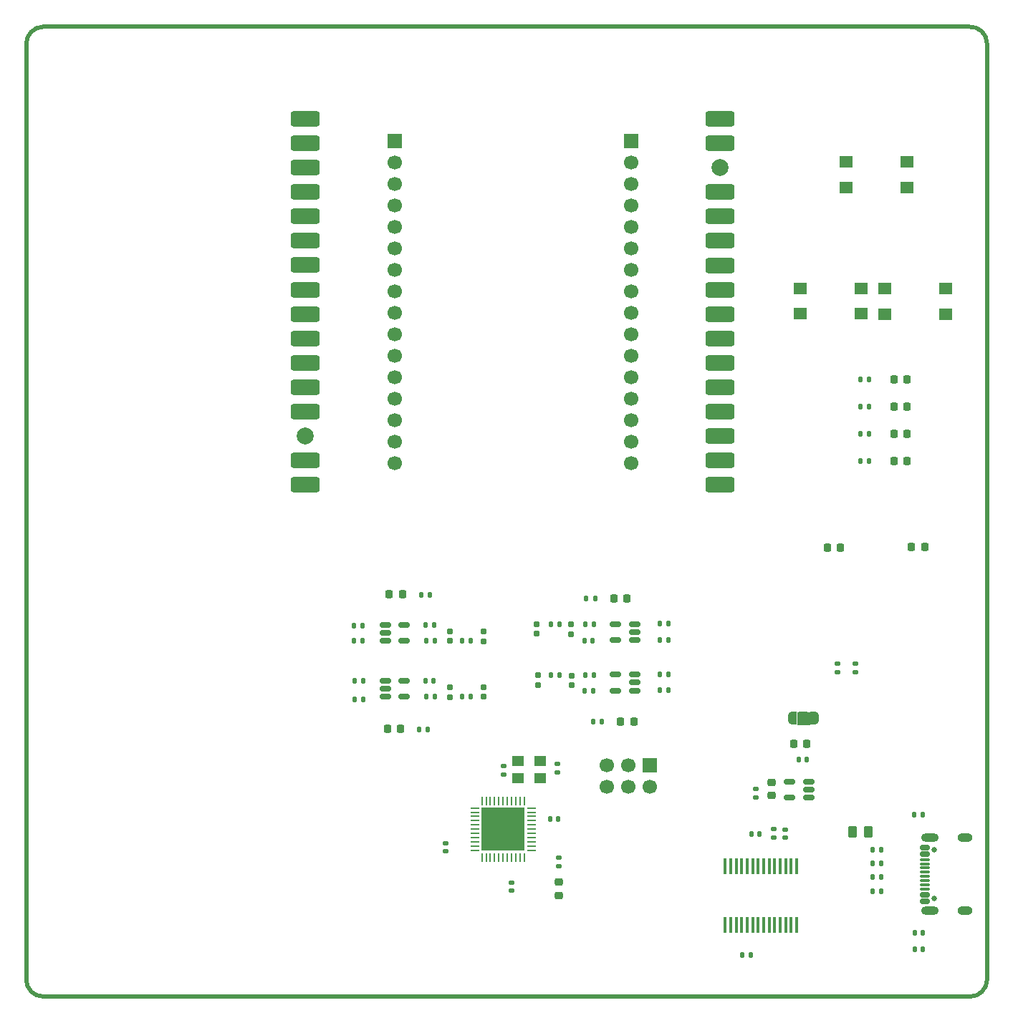
<source format=gbr>
%TF.GenerationSoftware,KiCad,Pcbnew,9.0.7*%
%TF.CreationDate,2026-01-21T16:50:36+00:00*%
%TF.ProjectId,OE PyBoard tester,4f452050-7942-46f6-9172-642074657374,rev?*%
%TF.SameCoordinates,PX4feafc0PY9062e40*%
%TF.FileFunction,Soldermask,Top*%
%TF.FilePolarity,Negative*%
%FSLAX46Y46*%
G04 Gerber Fmt 4.6, Leading zero omitted, Abs format (unit mm)*
G04 Created by KiCad (PCBNEW 9.0.7) date 2026-01-21 16:50:36*
%MOMM*%
%LPD*%
G01*
G04 APERTURE LIST*
G04 Aperture macros list*
%AMRoundRect*
0 Rectangle with rounded corners*
0 $1 Rounding radius*
0 $2 $3 $4 $5 $6 $7 $8 $9 X,Y pos of 4 corners*
0 Add a 4 corners polygon primitive as box body*
4,1,4,$2,$3,$4,$5,$6,$7,$8,$9,$2,$3,0*
0 Add four circle primitives for the rounded corners*
1,1,$1+$1,$2,$3*
1,1,$1+$1,$4,$5*
1,1,$1+$1,$6,$7*
1,1,$1+$1,$8,$9*
0 Add four rect primitives between the rounded corners*
20,1,$1+$1,$2,$3,$4,$5,0*
20,1,$1+$1,$4,$5,$6,$7,0*
20,1,$1+$1,$6,$7,$8,$9,0*
20,1,$1+$1,$8,$9,$2,$3,0*%
%AMFreePoly0*
4,1,23,0.550000,-0.750000,0.000000,-0.750000,0.000000,-0.745722,-0.065263,-0.745722,-0.191342,-0.711940,-0.304381,-0.646677,-0.396677,-0.554381,-0.461940,-0.441342,-0.495722,-0.315263,-0.495722,-0.250000,-0.500000,-0.250000,-0.500000,0.250000,-0.495722,0.250000,-0.495722,0.315263,-0.461940,0.441342,-0.396677,0.554381,-0.304381,0.646677,-0.191342,0.711940,-0.065263,0.745722,0.000000,0.745722,
0.000000,0.750000,0.550000,0.750000,0.550000,-0.750000,0.550000,-0.750000,$1*%
%AMFreePoly1*
4,1,23,0.000000,0.745722,0.065263,0.745722,0.191342,0.711940,0.304381,0.646677,0.396677,0.554381,0.461940,0.441342,0.495722,0.315263,0.495722,0.250000,0.500000,0.250000,0.500000,-0.250000,0.495722,-0.250000,0.495722,-0.315263,0.461940,-0.441342,0.396677,-0.554381,0.304381,-0.646677,0.191342,-0.711940,0.065263,-0.745722,0.000000,-0.745722,0.000000,-0.750000,-0.550000,-0.750000,
-0.550000,0.750000,0.000000,0.750000,0.000000,0.745722,0.000000,0.745722,$1*%
G04 Aperture macros list end*
%ADD10C,0.100000*%
%ADD11RoundRect,0.218750X0.218750X0.256250X-0.218750X0.256250X-0.218750X-0.256250X0.218750X-0.256250X0*%
%ADD12R,1.600000X1.400000*%
%ADD13RoundRect,0.135000X-0.185000X0.135000X-0.185000X-0.135000X0.185000X-0.135000X0.185000X0.135000X0*%
%ADD14RoundRect,0.250000X-1.450000X-0.650000X1.450000X-0.650000X1.450000X0.650000X-1.450000X0.650000X0*%
%ADD15RoundRect,0.140000X0.140000X0.170000X-0.140000X0.170000X-0.140000X-0.170000X0.140000X-0.170000X0*%
%ADD16RoundRect,0.135000X-0.135000X-0.185000X0.135000X-0.185000X0.135000X0.185000X-0.135000X0.185000X0*%
%ADD17R,1.700000X1.700000*%
%ADD18C,1.700000*%
%ADD19FreePoly0,180.000000*%
%ADD20R,1.000000X1.500000*%
%ADD21FreePoly1,180.000000*%
%ADD22RoundRect,0.100000X0.100000X-0.850000X0.100000X0.850000X-0.100000X0.850000X-0.100000X-0.850000X0*%
%ADD23RoundRect,0.135000X0.135000X0.185000X-0.135000X0.185000X-0.135000X-0.185000X0.135000X-0.185000X0*%
%ADD24RoundRect,0.250000X0.262500X0.450000X-0.262500X0.450000X-0.262500X-0.450000X0.262500X-0.450000X0*%
%ADD25RoundRect,0.155000X0.155000X-0.212500X0.155000X0.212500X-0.155000X0.212500X-0.155000X-0.212500X0*%
%ADD26RoundRect,0.155000X-0.155000X0.212500X-0.155000X-0.212500X0.155000X-0.212500X0.155000X0.212500X0*%
%ADD27RoundRect,0.150000X0.512500X0.150000X-0.512500X0.150000X-0.512500X-0.150000X0.512500X-0.150000X0*%
%ADD28C,2.000000*%
%ADD29RoundRect,0.140000X-0.140000X-0.170000X0.140000X-0.170000X0.140000X0.170000X-0.140000X0.170000X0*%
%ADD30RoundRect,0.218750X0.256250X-0.218750X0.256250X0.218750X-0.256250X0.218750X-0.256250X-0.218750X0*%
%ADD31RoundRect,0.150000X-0.512500X-0.150000X0.512500X-0.150000X0.512500X0.150000X-0.512500X0.150000X0*%
%ADD32RoundRect,0.140000X0.170000X-0.140000X0.170000X0.140000X-0.170000X0.140000X-0.170000X-0.140000X0*%
%ADD33R,1.400000X1.200000*%
%ADD34RoundRect,0.140000X-0.170000X0.140000X-0.170000X-0.140000X0.170000X-0.140000X0.170000X0.140000X0*%
%ADD35RoundRect,0.135000X0.185000X-0.135000X0.185000X0.135000X-0.185000X0.135000X-0.185000X-0.135000X0*%
%ADD36RoundRect,0.218750X-0.218750X-0.256250X0.218750X-0.256250X0.218750X0.256250X-0.218750X0.256250X0*%
%ADD37RoundRect,0.062500X-0.475000X-0.062500X0.475000X-0.062500X0.475000X0.062500X-0.475000X0.062500X0*%
%ADD38RoundRect,0.062500X-0.062500X-0.475000X0.062500X-0.475000X0.062500X0.475000X-0.062500X0.475000X0*%
%ADD39R,5.200000X5.200000*%
%ADD40RoundRect,0.225000X0.250000X-0.225000X0.250000X0.225000X-0.250000X0.225000X-0.250000X-0.225000X0*%
%ADD41C,0.650000*%
%ADD42RoundRect,0.150000X0.425000X-0.150000X0.425000X0.150000X-0.425000X0.150000X-0.425000X-0.150000X0*%
%ADD43RoundRect,0.075000X0.500000X-0.075000X0.500000X0.075000X-0.500000X0.075000X-0.500000X-0.075000X0*%
%ADD44O,2.100000X1.000000*%
%ADD45O,1.800000X1.000000*%
%ADD46RoundRect,0.225000X0.225000X0.250000X-0.225000X0.250000X-0.225000X-0.250000X0.225000X-0.250000X0*%
%TA.AperFunction,Profile*%
%ADD47C,0.500000*%
%TD*%
G04 APERTURE END LIST*
%TO.C,J3*%
D10*
X92600000Y32149400D02*
X91100000Y32149400D01*
X91100000Y33649400D01*
X92600000Y33649400D01*
X92600000Y32149400D01*
G36*
X92600000Y32149400D02*
G01*
X91100000Y32149400D01*
X91100000Y33649400D01*
X92600000Y33649400D01*
X92600000Y32149400D01*
G37*
%TD*%
D11*
%TO.C,D11*%
X104612500Y53137500D03*
X106187500Y53137500D03*
%TD*%
%TO.C,D10*%
X94678100Y53062500D03*
X96253100Y53062500D03*
%TD*%
D12*
%TO.C,OK1*%
X98690600Y80750000D03*
X91490600Y80750000D03*
X98690600Y83750000D03*
X91490600Y83750000D03*
%TD*%
%TO.C,NOK1*%
X101425000Y83725000D03*
X108625000Y83725000D03*
X101425000Y80725000D03*
X108625000Y80725000D03*
%TD*%
D13*
%TO.C,R17*%
X98000000Y39410000D03*
X98000000Y38390000D03*
%TD*%
%TO.C,R16*%
X95850000Y39410000D03*
X95850000Y38390000D03*
%TD*%
D14*
%TO.C,TP1*%
X32990681Y103816811D03*
%TD*%
D15*
%TO.C,C11*%
X92230000Y28047500D03*
X91270000Y28047500D03*
%TD*%
D14*
%TO.C,TP11*%
X32990681Y89383478D03*
%TD*%
D12*
%TO.C,SW1*%
X104050000Y95700000D03*
X96850000Y95700000D03*
X104050000Y98700000D03*
X96850000Y98700000D03*
%TD*%
D16*
%TO.C,R32*%
X51490000Y35443200D03*
X52510000Y35443200D03*
%TD*%
D11*
%TO.C,D8*%
X104125000Y66538800D03*
X102550000Y66538800D03*
%TD*%
D17*
%TO.C,J5*%
X71514000Y101205200D03*
D18*
X71514000Y98665200D03*
X71514000Y96125200D03*
X71514000Y93585200D03*
X71514000Y91045200D03*
X71514000Y88505200D03*
X71514000Y85965200D03*
X71514000Y83425200D03*
X71514000Y80885200D03*
X71514000Y78345200D03*
X71514000Y75805200D03*
X71514000Y73265200D03*
X71514000Y70725200D03*
X71514000Y68185200D03*
X71514000Y65645200D03*
X71514000Y63105200D03*
%TD*%
D16*
%TO.C,R3*%
X100040000Y14100000D03*
X101060000Y14100000D03*
%TD*%
D19*
%TO.C,J3*%
X93150000Y32899400D03*
D20*
X91850000Y32899400D03*
D21*
X90550000Y32899400D03*
%TD*%
D22*
%TO.C,U2*%
X82600000Y8450000D03*
X83250000Y8450000D03*
X83900000Y8450000D03*
X84550000Y8450000D03*
X85200000Y8450000D03*
X85850000Y8450000D03*
X86500000Y8450000D03*
X87150000Y8450000D03*
X87800000Y8450000D03*
X88450000Y8450000D03*
X89100000Y8450000D03*
X89750000Y8450000D03*
X90400000Y8450000D03*
X91050000Y8450000D03*
X91050000Y15450000D03*
X90400000Y15450000D03*
X89750000Y15450000D03*
X89100000Y15450000D03*
X88450000Y15450000D03*
X87800000Y15450000D03*
X87150000Y15450000D03*
X86500000Y15450000D03*
X85850000Y15450000D03*
X85200000Y15450000D03*
X84550000Y15450000D03*
X83900000Y15450000D03*
X83250000Y15450000D03*
X82600000Y15450000D03*
%TD*%
D23*
%TO.C,R2*%
X101060000Y17400000D03*
X100040000Y17400000D03*
%TD*%
D24*
%TO.C,L1*%
X99512500Y19500000D03*
X97687500Y19500000D03*
%TD*%
D16*
%TO.C,R25*%
X47240000Y42056300D03*
X48260000Y42056300D03*
%TD*%
%TO.C,R11*%
X46461200Y31622000D03*
X47481200Y31622000D03*
%TD*%
D15*
%TO.C,C7*%
X86672500Y19250000D03*
X85712500Y19250000D03*
%TD*%
D16*
%TO.C,R28*%
X38740000Y42093200D03*
X39760000Y42093200D03*
%TD*%
D25*
%TO.C,C15*%
X54050000Y42038800D03*
X54050000Y43173800D03*
%TD*%
D15*
%TO.C,C26*%
X66930000Y42100000D03*
X65970000Y42100000D03*
%TD*%
D26*
%TO.C,C17*%
X64400000Y44006300D03*
X64400000Y42871300D03*
%TD*%
D16*
%TO.C,R10*%
X46711200Y47532400D03*
X47731200Y47532400D03*
%TD*%
%TO.C,R36*%
X38790000Y35143200D03*
X39810000Y35143200D03*
%TD*%
D23*
%TO.C,R34*%
X67060000Y38038800D03*
X66040000Y38038800D03*
%TD*%
%TO.C,R1*%
X101060000Y12450000D03*
X100040000Y12450000D03*
%TD*%
%TO.C,R13*%
X99610000Y69783600D03*
X98590000Y69783600D03*
%TD*%
D27*
%TO.C,U8*%
X71887500Y36188800D03*
X71887500Y37138800D03*
X71887500Y38088800D03*
X69612500Y38088800D03*
X69612500Y36188800D03*
%TD*%
D11*
%TO.C,D3*%
X71787500Y32538800D03*
X70212500Y32538800D03*
%TD*%
D14*
%TO.C,TP22*%
X82014000Y74938533D03*
%TD*%
D16*
%TO.C,R24*%
X51490000Y42056300D03*
X52510000Y42056300D03*
%TD*%
D28*
%TO.C,TP27*%
X32990681Y66290144D03*
%TD*%
D23*
%TO.C,R37*%
X75910000Y36238800D03*
X74890000Y36238800D03*
%TD*%
D14*
%TO.C,TP24*%
X82014000Y72051867D03*
%TD*%
D29*
%TO.C,C23*%
X47170000Y37343200D03*
X48130000Y37343200D03*
%TD*%
D23*
%TO.C,R14*%
X99610000Y66561200D03*
X98590000Y66561200D03*
%TD*%
D16*
%TO.C,R33*%
X47240000Y35443200D03*
X48260000Y35443200D03*
%TD*%
D29*
%TO.C,C8*%
X85597500Y4882500D03*
X84637500Y4882500D03*
%TD*%
D30*
%TO.C,D1*%
X62950000Y11962500D03*
X62950000Y13537500D03*
%TD*%
D29*
%TO.C,C24*%
X47220000Y43956300D03*
X48180000Y43956300D03*
%TD*%
D14*
%TO.C,TP3*%
X32990681Y100930144D03*
%TD*%
D25*
%TO.C,C19*%
X54050000Y35475700D03*
X54050000Y36610700D03*
%TD*%
D23*
%TO.C,R35*%
X63060000Y37988800D03*
X62040000Y37988800D03*
%TD*%
D15*
%TO.C,C25*%
X66980000Y36138800D03*
X66020000Y36138800D03*
%TD*%
D16*
%TO.C,R23*%
X74880000Y44088800D03*
X75900000Y44088800D03*
%TD*%
D31*
%TO.C,U5*%
X42412500Y43943200D03*
X42412500Y42993200D03*
X42412500Y42043200D03*
X44687500Y42043200D03*
X44687500Y43943200D03*
%TD*%
D14*
%TO.C,TP32*%
X82014000Y60505200D03*
%TD*%
D25*
%TO.C,C20*%
X50100000Y35425700D03*
X50100000Y36560700D03*
%TD*%
D32*
%TO.C,C14*%
X86250000Y23570000D03*
X86250000Y24530000D03*
%TD*%
D23*
%TO.C,R27*%
X63060000Y44050000D03*
X62040000Y44050000D03*
%TD*%
%TO.C,R12*%
X99618700Y73006000D03*
X98598700Y73006000D03*
%TD*%
D14*
%TO.C,TP14*%
X82014000Y86485200D03*
%TD*%
D31*
%TO.C,U7*%
X42412500Y37343200D03*
X42412500Y36393200D03*
X42412500Y35443200D03*
X44687500Y35443200D03*
X44687500Y37343200D03*
%TD*%
D33*
%TO.C,X1*%
X60754000Y27815404D03*
X58154000Y27815404D03*
X58154000Y25815394D03*
X60754000Y25815394D03*
%TD*%
D23*
%TO.C,R26*%
X67060000Y44000000D03*
X66040000Y44000000D03*
%TD*%
D14*
%TO.C,TP25*%
X32990681Y69176811D03*
%TD*%
D29*
%TO.C,C6*%
X105020000Y5600000D03*
X105980000Y5600000D03*
%TD*%
D14*
%TO.C,TP17*%
X32990681Y80723478D03*
%TD*%
D27*
%TO.C,U3*%
X92487500Y23500000D03*
X92487500Y24450000D03*
X92487500Y25400000D03*
X90212500Y25400000D03*
X90212500Y23500000D03*
%TD*%
D14*
%TO.C,TP10*%
X82014000Y92258533D03*
%TD*%
%TO.C,TP9*%
X32990681Y92270144D03*
%TD*%
D13*
%TO.C,R6*%
X88350000Y19810000D03*
X88350000Y18790000D03*
%TD*%
D34*
%TO.C,C2*%
X57354000Y13480000D03*
X57354000Y12520000D03*
%TD*%
D29*
%TO.C,C3*%
X61920000Y21000000D03*
X62880000Y21000000D03*
%TD*%
D35*
%TO.C,R7*%
X62950000Y15440000D03*
X62950000Y16460000D03*
%TD*%
D36*
%TO.C,D4*%
X42912500Y47543200D03*
X44487500Y47543200D03*
%TD*%
D14*
%TO.C,TP21*%
X32990681Y74950144D03*
%TD*%
D23*
%TO.C,R15*%
X99618700Y63338800D03*
X98598700Y63338800D03*
%TD*%
D14*
%TO.C,TP20*%
X82014000Y77825200D03*
%TD*%
%TO.C,TP26*%
X82014000Y69165200D03*
%TD*%
D37*
%TO.C,U1*%
X53012500Y22300000D03*
X53012500Y21800000D03*
X53012500Y21300000D03*
X53012500Y20800000D03*
X53012500Y20300000D03*
X53012500Y19800000D03*
X53012500Y19300000D03*
X53012500Y18800000D03*
X53012500Y18300000D03*
X53012500Y17800000D03*
X53012500Y17300000D03*
D38*
X53850000Y16462500D03*
X54350000Y16462500D03*
X54850000Y16462500D03*
X55350000Y16462500D03*
X55850000Y16462500D03*
X56350000Y16462500D03*
X56850000Y16462500D03*
X57350000Y16462500D03*
X57850000Y16462500D03*
X58350000Y16462500D03*
X58850000Y16462500D03*
D37*
X59687500Y17300000D03*
X59687500Y17800000D03*
X59687500Y18300000D03*
X59687500Y18800000D03*
X59687500Y19300000D03*
X59687500Y19800000D03*
X59687500Y20300000D03*
X59687500Y20800000D03*
X59687500Y21300000D03*
X59687500Y21800000D03*
X59687500Y22300000D03*
D38*
X58850000Y23137500D03*
X58350000Y23137500D03*
X57850000Y23137500D03*
X57350000Y23137500D03*
X56850000Y23137500D03*
X56350000Y23137500D03*
X55850000Y23137500D03*
X55350000Y23137500D03*
X54850000Y23137500D03*
X54350000Y23137500D03*
X53850000Y23137500D03*
D39*
X56350000Y19800000D03*
%TD*%
D34*
%TO.C,C4*%
X49550000Y18130000D03*
X49550000Y17170000D03*
%TD*%
D32*
%TO.C,C10*%
X62750000Y26520000D03*
X62750000Y27480000D03*
%TD*%
D14*
%TO.C,TP28*%
X82014000Y66278533D03*
%TD*%
%TO.C,TP5*%
X32990681Y98043478D03*
%TD*%
%TO.C,TP7*%
X32990681Y95156811D03*
%TD*%
%TO.C,TP30*%
X82014000Y63391867D03*
%TD*%
%TO.C,TP15*%
X32990681Y83610144D03*
%TD*%
D26*
%TO.C,C21*%
X64500000Y37956300D03*
X64500000Y36821300D03*
%TD*%
D16*
%TO.C,R31*%
X74890000Y38088800D03*
X75910000Y38088800D03*
%TD*%
D40*
%TO.C,C13*%
X88100000Y23775000D03*
X88100000Y25325000D03*
%TD*%
D17*
%TO.C,J2*%
X73690000Y27325000D03*
D18*
X73690000Y24785000D03*
X71150000Y27325000D03*
X71150000Y24785000D03*
X68610000Y27325000D03*
X68610000Y24785000D03*
%TD*%
D26*
%TO.C,C18*%
X60300000Y44056300D03*
X60300000Y42921300D03*
%TD*%
D14*
%TO.C,TP13*%
X32990681Y86496811D03*
%TD*%
D11*
%TO.C,D6*%
X104125000Y72988800D03*
X102550000Y72988800D03*
%TD*%
D14*
%TO.C,TP12*%
X82014000Y89371867D03*
%TD*%
D23*
%TO.C,R29*%
X75910000Y42188800D03*
X74890000Y42188800D03*
%TD*%
D15*
%TO.C,C5*%
X105980000Y7500000D03*
X105020000Y7500000D03*
%TD*%
D14*
%TO.C,TP23*%
X32990681Y72063478D03*
%TD*%
D34*
%TO.C,C9*%
X89725000Y19730000D03*
X89725000Y18770000D03*
%TD*%
D11*
%TO.C,D7*%
X102550000Y69788800D03*
X104125000Y69788800D03*
%TD*%
D14*
%TO.C,TP18*%
X82014000Y80711867D03*
%TD*%
D23*
%TO.C,R8*%
X67213800Y47078800D03*
X66193800Y47078800D03*
%TD*%
D26*
%TO.C,C22*%
X60450000Y38006300D03*
X60450000Y36871300D03*
%TD*%
D32*
%TO.C,C1*%
X56400000Y26270000D03*
X56400000Y27230000D03*
%TD*%
D14*
%TO.C,TP16*%
X82014000Y83598533D03*
%TD*%
%TO.C,TP2*%
X82014000Y103805200D03*
%TD*%
D23*
%TO.C,R9*%
X67988800Y32539200D03*
X66968800Y32539200D03*
%TD*%
%TO.C,R30*%
X39810000Y37343200D03*
X38790000Y37343200D03*
%TD*%
%TO.C,R22*%
X39760000Y43893200D03*
X38740000Y43893200D03*
%TD*%
D41*
%TO.C,J1*%
X107270000Y11560000D03*
X107270000Y17340000D03*
D42*
X106195000Y11250000D03*
X106195000Y12050000D03*
D43*
X106195000Y13200000D03*
X106195000Y14200000D03*
X106195000Y14700000D03*
X106195000Y15700000D03*
D42*
X106195000Y16850000D03*
X106195000Y17650000D03*
X106195000Y17650000D03*
X106195000Y16850000D03*
D43*
X106195000Y16200000D03*
X106195000Y15200000D03*
X106195000Y13700000D03*
X106195000Y12700000D03*
D42*
X106195000Y12050000D03*
X106195000Y11250000D03*
D44*
X106770000Y10130000D03*
D45*
X110950000Y10130000D03*
D44*
X106770000Y18770000D03*
D45*
X110950000Y18770000D03*
%TD*%
D36*
%TO.C,D5*%
X42662500Y31643200D03*
X44237500Y31643200D03*
%TD*%
D11*
%TO.C,D2*%
X71012500Y47088800D03*
X69437500Y47088800D03*
%TD*%
D14*
%TO.C,TP8*%
X82014000Y95145200D03*
%TD*%
D28*
%TO.C,TP6*%
X82014000Y98031867D03*
%TD*%
D25*
%TO.C,C16*%
X50100000Y42088800D03*
X50100000Y43223800D03*
%TD*%
D16*
%TO.C,R4*%
X100040000Y15750000D03*
X101060000Y15750000D03*
%TD*%
D17*
%TO.C,J4*%
X43580000Y101193200D03*
D18*
X43580000Y98653200D03*
X43580000Y96113200D03*
X43580000Y93573200D03*
X43580000Y91033200D03*
X43580000Y88493200D03*
X43580000Y85953200D03*
X43580000Y83413200D03*
X43580000Y80873200D03*
X43580000Y78333200D03*
X43580000Y75793200D03*
X43580000Y73253200D03*
X43580000Y70713200D03*
X43580000Y68173200D03*
X43580000Y65633200D03*
X43580000Y63093200D03*
%TD*%
D27*
%TO.C,U6*%
X71887500Y42138800D03*
X71887500Y43088800D03*
X71887500Y44038800D03*
X69612500Y44038800D03*
X69612500Y42138800D03*
%TD*%
D16*
%TO.C,R5*%
X104940000Y21500000D03*
X105960000Y21500000D03*
%TD*%
D14*
%TO.C,TP19*%
X32990681Y77836811D03*
%TD*%
%TO.C,TP31*%
X32990681Y60516811D03*
%TD*%
D11*
%TO.C,D9*%
X104125000Y63338800D03*
X102550000Y63338800D03*
%TD*%
D46*
%TO.C,C12*%
X92225000Y29847500D03*
X90675000Y29847500D03*
%TD*%
D14*
%TO.C,TP4*%
X82014000Y100918533D03*
%TD*%
%TO.C,TP29*%
X32990681Y63403478D03*
%TD*%
D47*
X113550000Y112700000D02*
X113550000Y2000000D01*
X2000000Y0D02*
G75*
G02*
X0Y2000000I0J2000000D01*
G01*
X1992517Y114685786D02*
X111450000Y114700000D01*
X111550000Y0D02*
X2000000Y0D01*
X111450000Y114700000D02*
G75*
G02*
X113549980Y112700000I97600J-2000000D01*
G01*
X0Y2000000D02*
X0Y112685786D01*
X113550000Y2000000D02*
G75*
G02*
X111550000Y0I-2000000J0D01*
G01*
X0Y112685786D02*
G75*
G02*
X2000000Y114685800I2000000J14D01*
G01*
M02*

</source>
